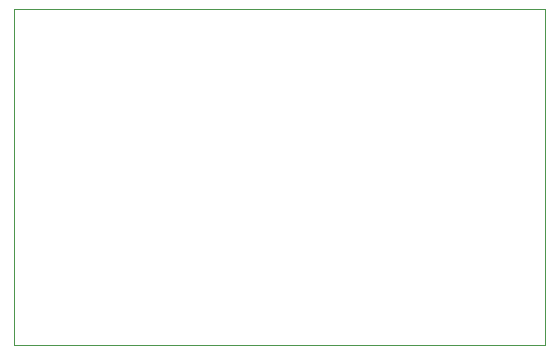
<source format=gbr>
%TF.GenerationSoftware,KiCad,Pcbnew,7.0.10*%
%TF.CreationDate,2024-12-20T17:15:43-05:00*%
%TF.ProjectId,accessory_peripheral,61636365-7373-46f7-9279-5f7065726970,rev?*%
%TF.SameCoordinates,Original*%
%TF.FileFunction,Profile,NP*%
%FSLAX46Y46*%
G04 Gerber Fmt 4.6, Leading zero omitted, Abs format (unit mm)*
G04 Created by KiCad (PCBNEW 7.0.10) date 2024-12-20 17:15:43*
%MOMM*%
%LPD*%
G01*
G04 APERTURE LIST*
%TA.AperFunction,Profile*%
%ADD10C,0.100000*%
%TD*%
G04 APERTURE END LIST*
D10*
X38100000Y-33020000D02*
X83058000Y-33020000D01*
X83058000Y-61468000D01*
X38100000Y-61468000D01*
X38100000Y-33020000D01*
M02*

</source>
